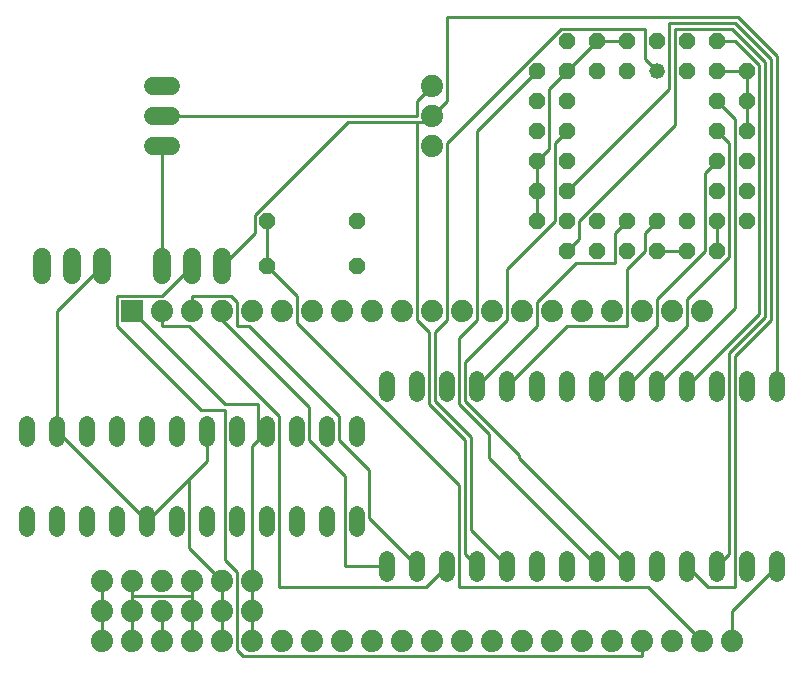
<source format=gtl>
G75*
G70*
%OFA0B0*%
%FSLAX24Y24*%
%IPPOS*%
%LPD*%
%AMOC8*
5,1,8,0,0,1.08239X$1,22.5*
%
%ADD10C,0.0740*%
%ADD11C,0.0520*%
%ADD12C,0.0520*%
%ADD13OC8,0.0520*%
%ADD14C,0.0600*%
%ADD15R,0.0740X0.0740*%
%ADD16C,0.0100*%
D10*
X003600Y001550D03*
X004600Y001550D03*
X004600Y002550D03*
X003600Y002550D03*
X003600Y003550D03*
X004600Y003550D03*
X005600Y003550D03*
X006600Y003550D03*
X007600Y003550D03*
X008600Y003550D03*
X008600Y002550D03*
X008600Y001550D03*
X009600Y001550D03*
X010600Y001550D03*
X011600Y001550D03*
X012600Y001550D03*
X013600Y001550D03*
X014600Y001550D03*
X015600Y001550D03*
X016600Y001550D03*
X017600Y001550D03*
X018600Y001550D03*
X019600Y001550D03*
X020600Y001550D03*
X021600Y001550D03*
X022600Y001550D03*
X023600Y001550D03*
X024600Y001550D03*
X023600Y012550D03*
X022600Y012550D03*
X021600Y012550D03*
X020600Y012550D03*
X019600Y012550D03*
X018600Y012550D03*
X017600Y012550D03*
X016600Y012550D03*
X015600Y012550D03*
X014600Y012550D03*
X013600Y012550D03*
X012600Y012550D03*
X011600Y012550D03*
X010600Y012550D03*
X009600Y012550D03*
X008600Y012550D03*
X007600Y012550D03*
X006600Y012550D03*
X005600Y012550D03*
X014600Y018050D03*
X014600Y019050D03*
X014600Y020050D03*
X007600Y002550D03*
X007600Y001550D03*
X006600Y001550D03*
X005600Y001550D03*
X005600Y002550D03*
X006600Y002550D03*
D11*
X006100Y005290D02*
X006100Y005810D01*
X007100Y005810D02*
X007100Y005290D01*
X008100Y005290D02*
X008100Y005810D01*
X009100Y005810D02*
X009100Y005290D01*
X010100Y005290D02*
X010100Y005810D01*
X011100Y005810D02*
X011100Y005290D01*
X012100Y005290D02*
X012100Y005810D01*
X013100Y004310D02*
X013100Y003790D01*
X014100Y003790D02*
X014100Y004310D01*
X015100Y004310D02*
X015100Y003790D01*
X016100Y003790D02*
X016100Y004310D01*
X017100Y004310D02*
X017100Y003790D01*
X018100Y003790D02*
X018100Y004310D01*
X019100Y004310D02*
X019100Y003790D01*
X020100Y003790D02*
X020100Y004310D01*
X021100Y004310D02*
X021100Y003790D01*
X022100Y003790D02*
X022100Y004310D01*
X023100Y004310D02*
X023100Y003790D01*
X024100Y003790D02*
X024100Y004310D01*
X025100Y004310D02*
X025100Y003790D01*
X026100Y003790D02*
X026100Y004310D01*
X026100Y009790D02*
X026100Y010310D01*
X025100Y010310D02*
X025100Y009790D01*
X024100Y009790D02*
X024100Y010310D01*
X023100Y010310D02*
X023100Y009790D01*
X022100Y009790D02*
X022100Y010310D01*
X021100Y010310D02*
X021100Y009790D01*
X020100Y009790D02*
X020100Y010310D01*
X019100Y010310D02*
X019100Y009790D01*
X018100Y009790D02*
X018100Y010310D01*
X017100Y010310D02*
X017100Y009790D01*
X016100Y009790D02*
X016100Y010310D01*
X015100Y010310D02*
X015100Y009790D01*
X014100Y009790D02*
X014100Y010310D01*
X013100Y010310D02*
X013100Y009790D01*
X012100Y008810D02*
X012100Y008290D01*
X011100Y008290D02*
X011100Y008810D01*
X010100Y008810D02*
X010100Y008290D01*
X009100Y008290D02*
X009100Y008810D01*
X008100Y008810D02*
X008100Y008290D01*
X007100Y008290D02*
X007100Y008810D01*
X006100Y008810D02*
X006100Y008290D01*
X005100Y008290D02*
X005100Y008810D01*
X004100Y008810D02*
X004100Y008290D01*
X003100Y008290D02*
X003100Y008810D01*
X002100Y008810D02*
X002100Y008290D01*
X001100Y008290D02*
X001100Y008810D01*
X001100Y005810D02*
X001100Y005290D01*
X002100Y005290D02*
X002100Y005810D01*
X003100Y005810D02*
X003100Y005290D01*
X004100Y005290D02*
X004100Y005810D01*
X005100Y005810D02*
X005100Y005290D01*
D12*
X022100Y020550D03*
D13*
X021100Y020550D03*
X021100Y021550D03*
X022100Y021550D03*
X023100Y021550D03*
X023100Y020550D03*
X024100Y020550D03*
X025100Y020550D03*
X025100Y019550D03*
X024100Y019550D03*
X024100Y018550D03*
X025100Y018550D03*
X025100Y017550D03*
X024100Y017550D03*
X024100Y016550D03*
X025100Y016550D03*
X025100Y015550D03*
X024100Y015550D03*
X023100Y015550D03*
X022100Y015550D03*
X021100Y015550D03*
X020100Y015550D03*
X019100Y015550D03*
X019100Y016550D03*
X019100Y017550D03*
X019100Y018550D03*
X018100Y018550D03*
X018100Y017550D03*
X018100Y016550D03*
X018100Y015550D03*
X019100Y014550D03*
X020100Y014550D03*
X021100Y014550D03*
X022100Y014550D03*
X023100Y014550D03*
X024100Y014550D03*
X019100Y019550D03*
X019100Y020550D03*
X020100Y020550D03*
X020100Y021550D03*
X019100Y021550D03*
X018100Y020550D03*
X018100Y019550D03*
X024100Y021550D03*
X012100Y015550D03*
X012100Y014050D03*
X009100Y014050D03*
X009100Y015550D03*
D14*
X007600Y014350D02*
X007600Y013750D01*
X006600Y013750D02*
X006600Y014350D01*
X005600Y014350D02*
X005600Y013750D01*
X003600Y013750D02*
X003600Y014350D01*
X002600Y014350D02*
X002600Y013750D01*
X001600Y013750D02*
X001600Y014350D01*
X005300Y018050D02*
X005900Y018050D01*
X005900Y019050D02*
X005300Y019050D01*
X005300Y020050D02*
X005900Y020050D01*
D15*
X004600Y012550D03*
D16*
X007700Y009450D01*
X008800Y009450D01*
X008800Y008250D01*
X009100Y008550D01*
X008800Y008250D02*
X008600Y008050D01*
X008600Y003550D01*
X008600Y002550D01*
X008600Y001550D01*
X008300Y001050D02*
X021600Y001050D01*
X021600Y001550D01*
X021800Y003350D02*
X023600Y001550D01*
X024600Y001550D02*
X024600Y002550D01*
X026100Y004050D01*
X024700Y003350D02*
X024700Y011050D01*
X025900Y012250D01*
X025900Y020950D01*
X024700Y022150D01*
X022500Y022150D01*
X022500Y019950D01*
X019100Y016550D01*
X018100Y016550D02*
X018100Y015550D01*
X018700Y015550D02*
X018700Y018150D01*
X019100Y018550D01*
X018500Y017950D02*
X018100Y017550D01*
X018100Y016550D01*
X018700Y015550D02*
X017100Y013950D01*
X017100Y012250D01*
X015700Y010850D01*
X015700Y009550D01*
X017500Y007750D01*
X017500Y007650D01*
X021100Y004050D01*
X021800Y003350D02*
X015500Y003350D01*
X015500Y006750D01*
X010100Y012150D01*
X010100Y013050D01*
X009100Y014050D01*
X009100Y015550D01*
X008700Y015750D02*
X011800Y018850D01*
X014100Y018850D01*
X014100Y012250D01*
X014500Y011850D01*
X014500Y009450D01*
X015700Y008250D01*
X015700Y004450D01*
X016100Y004050D01*
X017100Y004050D02*
X015900Y005250D01*
X015900Y008350D01*
X014700Y009550D01*
X014700Y011850D01*
X015100Y012250D01*
X015100Y018150D01*
X018900Y021950D01*
X021700Y021950D01*
X021700Y020950D01*
X022100Y020550D01*
X021100Y021550D02*
X020100Y021550D01*
X019100Y020550D01*
X018500Y019950D01*
X018500Y017950D01*
X016100Y018550D02*
X018100Y020550D01*
X016100Y018550D02*
X016100Y012250D01*
X015500Y011650D01*
X015500Y009450D01*
X016500Y008450D01*
X016500Y007650D01*
X020100Y004050D01*
X023100Y004050D02*
X023800Y003350D01*
X024700Y003350D01*
X024100Y004050D02*
X024500Y004450D01*
X024500Y011150D01*
X025700Y012350D01*
X025700Y020850D01*
X024600Y021950D01*
X022700Y021950D01*
X022700Y018750D01*
X019500Y015550D01*
X019500Y014950D01*
X019100Y014550D01*
X019400Y014150D02*
X020700Y014150D01*
X020700Y015150D01*
X021100Y015550D01*
X021700Y015150D02*
X022100Y015550D01*
X021700Y015150D02*
X021700Y014550D01*
X021100Y013950D01*
X021100Y012050D01*
X019100Y012050D01*
X017100Y010050D01*
X016100Y010050D02*
X018100Y012050D01*
X018100Y012850D01*
X019400Y014150D01*
X022100Y014550D02*
X023100Y014550D01*
X023700Y014550D02*
X023700Y017150D01*
X024100Y017550D01*
X024500Y018150D02*
X024100Y018550D01*
X024500Y018150D02*
X024500Y014350D01*
X023100Y012950D01*
X023100Y012050D01*
X021100Y010050D01*
X022100Y010050D02*
X024700Y012650D01*
X024700Y018950D01*
X024100Y019550D01*
X025100Y019550D02*
X025100Y020550D01*
X024100Y020550D01*
X024100Y021550D02*
X024700Y021550D01*
X025500Y020750D01*
X025500Y012450D01*
X023100Y010050D01*
X022100Y012050D02*
X022100Y012950D01*
X023700Y014550D01*
X024100Y014550D02*
X024100Y015550D01*
X025100Y018550D02*
X025100Y019550D01*
X026100Y021050D02*
X024800Y022350D01*
X015100Y022350D01*
X015100Y019550D01*
X014600Y019050D01*
X014600Y018850D01*
X014100Y018850D01*
X014100Y019050D02*
X014100Y019550D01*
X014600Y020050D01*
X014100Y019050D02*
X005600Y019050D01*
X005600Y018050D02*
X005600Y014050D01*
X005600Y013050D02*
X006600Y014050D01*
X006600Y013050D02*
X006600Y012550D01*
X006600Y013050D02*
X007900Y013050D01*
X008100Y012850D01*
X008100Y012050D01*
X008500Y012050D01*
X011500Y009050D01*
X011500Y008250D01*
X012500Y007250D01*
X012500Y005650D01*
X014100Y004050D01*
X014400Y003350D02*
X009500Y003350D01*
X009500Y009050D01*
X006500Y012050D01*
X005600Y012050D01*
X005600Y012550D01*
X005600Y013050D02*
X004100Y013050D01*
X004100Y012050D01*
X006900Y009250D01*
X007700Y009250D01*
X007700Y004250D01*
X008100Y003850D01*
X008100Y001250D01*
X008300Y001050D01*
X007600Y001550D02*
X007600Y002550D01*
X007600Y003550D01*
X006500Y004650D01*
X006500Y006950D01*
X005100Y005550D01*
X002100Y008550D01*
X002100Y012550D01*
X003600Y014050D01*
X007600Y014050D02*
X008700Y015150D01*
X008700Y015750D01*
X007600Y012550D02*
X007600Y012250D01*
X010500Y009350D01*
X010500Y008250D01*
X011700Y007050D01*
X011700Y004050D01*
X013100Y004050D01*
X014400Y003350D02*
X015100Y004050D01*
X020100Y010050D02*
X022100Y012050D01*
X026100Y010050D02*
X026100Y021050D01*
X007100Y008550D02*
X007100Y007550D01*
X006500Y006950D01*
X006600Y003550D02*
X006600Y003050D01*
X004600Y003050D01*
X004600Y003550D01*
X004600Y003050D02*
X004600Y002550D01*
X004600Y001550D01*
X003600Y001550D02*
X003600Y002550D01*
X003600Y003550D01*
X005600Y002550D02*
X005600Y001550D01*
X006600Y001550D02*
X006600Y002550D01*
X006600Y003050D01*
M02*

</source>
